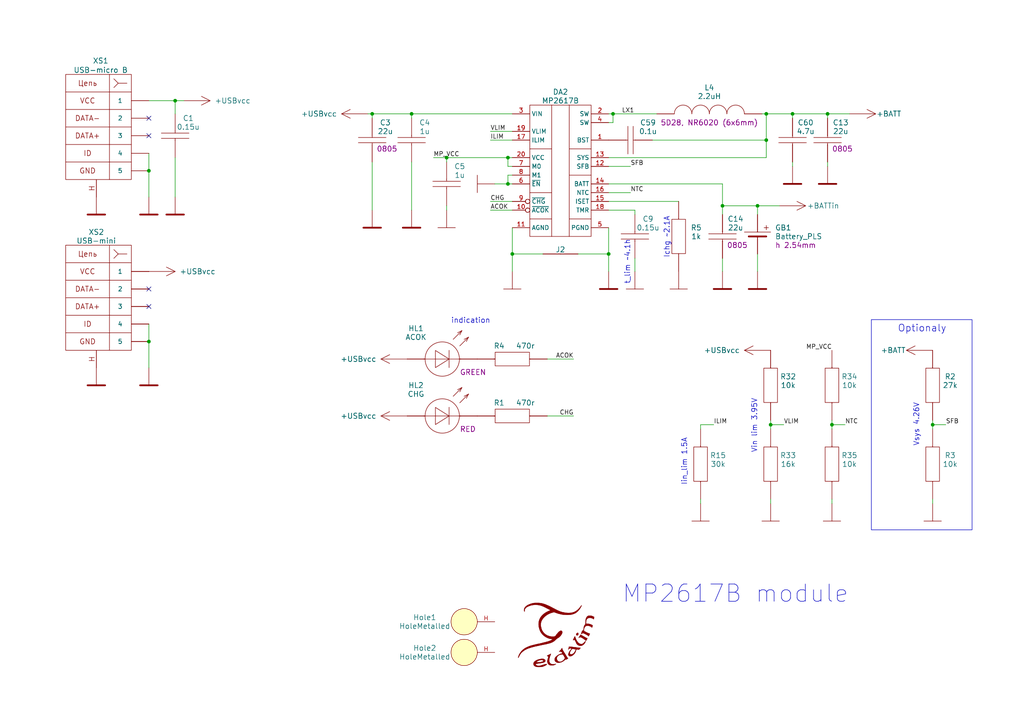
<source format=kicad_sch>
(kicad_sch (version 20230121) (generator eeschema)
  (paper "A4")
  (title_block (date "14 Февраль 2017 'г.'"))
  (lib_symbols
    (symbol "Capacitors:C_0603" (pin_numbers hide) (pin_names (offset 1.016) hide)
      (property "Reference" "C" (at 3.81 5.08 0))
      (property "Value" "C_0603" (at 3.81 2.54 0))
      (symbol "C_0603_1_1"
        (pin passive line (at 0 6.35 270) (length 5.08) (name "~") (number "1"))
        (pin passive line (at 0 -6.35 90) (length 5.08) (name "~") (number "2"))
      )
      (symbol "C_0603_1_2"
        (pin passive line (at -7.62 0 0) (length 5.08) (name "~") (number "1"))
        (pin passive line (at 5.08 0 180) (length 5.08) (name "~") (number "2"))
      )
    )
    (symbol "Capacitors:C_0805" (pin_numbers hide) (pin_names (offset 1.016) hide)
      (property "Reference" "C" (at 3.81 5.08 0))
      (property "Value" "C_0805" (at 3.81 2.54 0))
      (property "Size" "0805" (at 1.27 -2.54 0))
      (symbol "C_0805_1_1"
        (pin passive line (at 0 6.35 270) (length 5.08) (name "~") (number "1"))
        (pin passive line (at 0 -6.35 90) (length 5.08) (name "~") (number "2"))
      )
      (symbol "C_0805_1_2"
        (pin passive line (at -7.62 0 0) (length 5.08) (name "~") (number "1"))
        (pin passive line (at 5.08 0 180) (length 5.08) (name "~") (number "2"))
      )
    )
    (symbol "Chargers:MP2617B"
      (property "Reference" "DA" (at 0 22.86 0))
      (property "Value" "MP2617B" (at 0 20.32 0))
      (symbol "MP2617B_1_1"
        (pin passive line (at 13.97 8.89 180) (length 5.08) (name "BST") (number "1"))
        (pin passive inverted (at -13.97 -11.43 0) (length 5.08) (name "~{ACOK}") (number "10"))
        (pin power_in line (at -13.97 -16.51 0) (length 5.08) (name "AGND") (number "11"))
        (pin passive line (at 13.97 1.27 180) (length 5.08) (name "SFB") (number "12"))
        (pin power_out line (at 13.97 3.81 180) (length 5.08) (name "SYS") (number "13"))
        (pin passive line (at 13.97 -3.81 180) (length 5.08) (name "BATT") (number "14"))
        (pin passive line (at 13.97 -8.89 180) (length 5.08) (name "ISET") (number "15"))
        (pin passive line (at 13.97 -6.35 180) (length 5.08) (name "NTC") (number "16"))
        (pin passive line (at -13.97 8.89 0) (length 5.08) (name "ILIM") (number "17"))
        (pin passive line (at 13.97 -11.43 180) (length 5.08) (name "TMR") (number "18"))
        (pin passive line (at -13.97 11.43 0) (length 5.08) (name "VLIM") (number "19"))
        (pin passive line (at 13.97 16.51 180) (length 5.08) (name "SW") (number "2"))
        (pin power_out line (at -13.97 3.81 0) (length 5.08) (name "VCC") (number "20"))
        (pin power_in line (at -13.97 16.51 0) (length 5.08) (name "VIN") (number "3"))
        (pin passive line (at 13.97 13.97 180) (length 5.08) (name "SW") (number "4"))
        (pin power_in line (at 13.97 -16.51 180) (length 5.08) (name "PGND") (number "5"))
        (pin input line (at -13.97 -3.81 0) (length 5.08) (name "~{EN}") (number "6"))
        (pin input line (at -13.97 1.27 0) (length 5.08) (name "M0") (number "7"))
        (pin input line (at -13.97 -1.27 0) (length 5.08) (name "M1") (number "8"))
        (pin passive inverted (at -13.97 -8.89 0) (length 5.08) (name "~{CHG}") (number "9"))
      )
    )
    (symbol "Connectors:USB-micro" (pin_numbers hide) (pin_names (offset 2.54))
      (property "Reference" "XS" (at 0 19.05 0))
      (property "Value" "USB-micro" (at 0 16.51 0))
      (symbol "USB-micro_0_0"
        (text "DATA+" (at -2.54 -2.54 0) (effects (font (size 1.524 1.524))))
        (text "DATA-" (at -2.54 2.54 0) (effects (font (size 1.524 1.524))))
        (text "GND" (at -2.54 -12.7 0) (effects (font (size 1.524 1.524))))
        (text "H" (at -1.27 -17.78 900) (effects (font (size 1.524 1.524))))
        (text "ID" (at -2.54 -7.62 0) (effects (font (size 1.524 1.524))))
        (text "VCC" (at -2.54 7.62 0) (effects (font (size 1.524 1.524))))
        (text "Цепь" (at -2.54 12.7 0) (effects (font (size 1.524 1.524))))
      )
      (symbol "USB-micro_1_1"
        (pin power_out line (at 15.24 7.62 180) (length 5.08) (name "1") (number "1"))
        (pin passive line (at 15.24 2.54 180) (length 5.08) (name "2") (number "2"))
        (pin passive line (at 15.24 -2.54 180) (length 5.08) (name "3") (number "3"))
        (pin passive line (at 15.24 -7.62 180) (length 5.08) (name "4") (number "4"))
        (pin power_out line (at 15.24 -12.7 180) (length 5.08) (name "5") (number "5"))
        (pin passive line (at 0 -20.32 90) (length 5.0038) (name "~") (number "SHLD"))
      )
    )
    (symbol "Connectors:USB-mini" (pin_numbers hide) (pin_names (offset 2.54))
      (property "Reference" "XS" (at 0 19.05 0))
      (property "Value" "USB-mini" (at 0 16.51 0))
      (symbol "USB-mini_0_0"
        (text "DATA+" (at -2.54 -2.54 0) (effects (font (size 1.524 1.524))))
        (text "DATA-" (at -2.54 2.54 0) (effects (font (size 1.524 1.524))))
        (text "GND" (at -2.54 -12.7 0) (effects (font (size 1.524 1.524))))
        (text "H" (at -1.27 -17.78 900) (effects (font (size 1.524 1.524))))
        (text "ID" (at -2.54 -7.62 0) (effects (font (size 1.524 1.524))))
        (text "VCC" (at -2.54 7.62 0) (effects (font (size 1.524 1.524))))
        (text "Цепь" (at -2.54 12.7 0) (effects (font (size 1.524 1.524))))
      )
      (symbol "USB-mini_1_1"
        (pin power_out line (at 15.24 7.62 180) (length 5.08) (name "1") (number "1"))
        (pin passive line (at 15.24 2.54 180) (length 5.08) (name "2") (number "2"))
        (pin passive line (at 15.24 -2.54 180) (length 5.08) (name "3") (number "3"))
        (pin passive line (at 15.24 -7.62 180) (length 5.08) (name "4") (number "4"))
        (pin power_out line (at 15.24 -12.7 180) (length 5.08) (name "5") (number "5"))
        (pin passive line (at 0 -20.32 90) (length 5.0038) (name "~") (number "SHLD"))
      )
    )
    (symbol "Graphics:Eldalim" (pin_names (offset 1.016)) (in_bom no))
    (symbol "Inductors:Inductor" (pin_numbers hide) (pin_names (offset 1.016) hide)
      (property "Reference" "L" (at 0 7.62 0))
      (property "Value" "Inductor" (at 0 5.08 0))
      (property "Size" "Size" (at 0 -2.54 0))
      (symbol "Inductor_1_1"
        (pin passive line (at -15.24 0 0) (length 5.08) (name "1") (number "1"))
        (pin passive line (at 15.24 0 180) (length 5.08) (name "2") (number "2"))
      )
    )
    (symbol "LED:LED_0805" (pin_numbers hide) (pin_names (offset 1.016) hide)
      (property "Reference" "HL" (at -7.62 8.89 0))
      (property "Value" "LED_0805" (at -7.62 6.35 0))
      (symbol "LED_0805_1_1"
        (pin passive line (at 0 10.16 270) (length 5.08) (name "A") (number "A"))
        (pin passive line (at 0 -10.16 90) (length 5.08) (name "C") (number "C"))
      )
      (symbol "LED_0805_1_2"
        (pin passive line (at -10.16 0 0) (length 5.08) (name "A") (number "A"))
        (pin passive line (at 10.16 0 180) (length 5.08) (name "C") (number "C"))
      )
    )
    (symbol "MP2637-rescue:HoleMetalled" (pin_names (offset 1.016))
      (property "Reference" "Hole" (at -11.43 1.27 0))
      (property "Value" "HoleMetalled" (at -11.43 -1.27 0))
      (symbol "HoleMetalled_1_1"
        (pin passive line (at 8.89 0 180) (length 5.08) (name "~") (number "H"))
      )
    )
    (symbol "Power:+BATT" (power) (pin_numbers hide) (pin_names (offset 0))
      (property "Value" "+BATT" (at 11.43 0 0))
      (symbol "+BATT_1_1"
        (pin power_in line (at 0 0 0) (length 5.08) hide (name "+BATT") (number "~"))
      )
    )
    (symbol "Power:+BATTin" (power) (pin_numbers hide) (pin_names (offset 0))
      (property "Value" "+BATTin" (at 12.7 0 0))
      (symbol "+BATTin_1_1"
        (pin power_in line (at 0 0 0) (length 5.08) hide (name "+BATTin") (number "~"))
      )
    )
    (symbol "Power:Battery_PLS" (pin_numbers hide) (pin_names (offset 1.016) hide)
      (property "Reference" "GB" (at 5.08 1.27 0))
      (property "Value" "Battery_PLS" (at 5.08 -1.27 0))
      (property "Connector" "h 2.54mm" (at 5.08 -3.81 0))
      (symbol "Battery_PLS_1_1"
        (pin power_out line (at 0 5.08 270) (length 5.08) (name "+") (number "1"))
        (pin power_out line (at 0 -6.35 90) (length 5.08) (name "-") (number "2"))
      )
    )
    (symbol "Power:GND" (power) (pin_numbers hide) (pin_names (offset 0) hide)
      (symbol "GND_1_1"
        (pin power_in line (at 0 0 270) (length 5.08) hide (name "GND") (number "~"))
      )
    )
    (symbol "Power:GND_Power" (power) (pin_numbers hide) (pin_names (offset 0) hide)
      (symbol "GND_Power_1_1"
        (pin power_in line (at 0 0 270) (length 5.08) hide (name "GNDP") (number "~"))
      )
    )
    (symbol "Power:Jumper" (pin_numbers hide) (pin_names (offset 1.016) hide)
      (property "Reference" "J" (at 0 1.27 0))
      (symbol "Jumper_1_1"
        (pin passive line (at -5.08 0 0) (length 5.08) (name "1") (number "1"))
        (pin passive line (at 5.08 0 180) (length 5.08) (name "2") (number "2"))
      )
    )
    (symbol "Power:USBvcc" (power) (pin_numbers hide) (pin_names (offset 0))
      (property "Value" "USBvcc" (at 8.89 0 0))
      (symbol "USBvcc_1_1"
        (pin power_in line (at 0 0 0) (length 5.08) hide (name "+USBvcc") (number "~"))
      )
    )
    (symbol "Resistors:R_0603" (pin_numbers hide) (pin_names (offset 1.016) hide)
      (property "Reference" "R" (at 0 6.35 0))
      (property "Value" "R_0603" (at 0 3.81 0))
      (symbol "R_0603_1_1"
        (pin passive line (at -10.16 0 0) (length 5.08) (name "~") (number "1"))
        (pin passive line (at 10.16 0 180) (length 5.08) (name "~") (number "2"))
      )
      (symbol "R_0603_1_2"
        (pin passive line (at -6.35 13.97 270) (length 5.08) (name "~") (number "1"))
        (pin passive line (at -6.35 -6.35 90) (length 5.08) (name "~") (number "2"))
      )
    )
  )
  (junction (at 222.25 33.02))
  (junction (at 43.18 99.06))
  (junction (at 219.71 59.69))
  (junction (at 270.51 123.19))
  (junction (at 119.38 33.02))
  (junction (at 176.53 73.66))
  (junction (at 147.32 45.72))
  (junction (at 229.87 33.02))
  (junction (at 107.95 33.02))
  (junction (at 223.52 123.19))
  (junction (at 177.8 33.02))
  (junction (at 148.59 73.66))
  (junction (at 147.32 53.34))
  (junction (at 240.03 33.02))
  (junction (at 129.54 45.72))
  (junction (at 43.18 49.53))
  (junction (at 209.55 59.69))
  (junction (at 50.8 29.21))
  (junction (at 241.3 123.19))
  (junction (at 222.25 40.64))
  (no_connect (at 43.18 39.37))
  (no_connect (at 43.18 83.82))
  (no_connect (at 43.18 34.29))
  (no_connect (at 43.18 88.9))
  (wire (pts (xy 107.95 46.99) (xy 107.95 60.96)))
  (wire (pts (xy 222.25 33.02) (xy 222.25 40.64)))
  (wire (pts (xy 176.53 58.42) (xy 196.85 58.42)))
  (wire (pts (xy 125.73 45.72) (xy 129.54 45.72)))
  (wire (pts (xy 177.8 35.56) (xy 177.8 33.02)))
  (wire (pts (xy 142.24 58.42) (xy 148.59 58.42)))
  (wire (pts (xy 226.06 59.69) (xy 219.71 59.69)))
  (wire (pts (xy 176.53 33.02) (xy 177.8 33.02)))
  (wire (pts (xy 240.03 33.02) (xy 246.38 33.02)))
  (wire (pts (xy 147.32 50.8) (xy 148.59 50.8)))
  (wire (pts (xy 107.95 33.02) (xy 107.95 34.29)))
  (wire (pts (xy 184.15 62.23) (xy 184.15 60.96)))
  (wire (pts (xy 223.52 144.78) (xy 223.52 146.05)))
  (wire (pts (xy 107.95 33.02) (xy 119.38 33.02)))
  (wire (pts (xy 176.53 53.34) (xy 209.55 53.34)))
  (wire (pts (xy 43.18 44.45) (xy 43.18 49.53)))
  (wire (pts (xy 240.03 33.02) (xy 229.87 33.02)))
  (wire (pts (xy 209.55 74.93) (xy 209.55 78.74)))
  (wire (pts (xy 229.87 34.29) (xy 229.87 33.02)))
  (wire (pts (xy 220.98 33.02) (xy 222.25 33.02)))
  (wire (pts (xy 209.55 62.23) (xy 209.55 59.69)))
  (wire (pts (xy 43.18 93.98) (xy 43.18 99.06)))
  (wire (pts (xy 209.55 59.69) (xy 219.71 59.69)))
  (wire (pts (xy 240.03 46.99) (xy 240.03 48.26)))
  (wire (pts (xy 119.38 33.02) (xy 148.59 33.02)))
  (wire (pts (xy 207.01 123.19) (xy 203.2 123.19)))
  (wire (pts (xy 270.51 121.92) (xy 270.51 123.19)))
  (wire (pts (xy 143.51 53.34) (xy 147.32 53.34)))
  (wire (pts (xy 142.24 60.96) (xy 148.59 60.96)))
  (wire (pts (xy 129.54 45.72) (xy 147.32 45.72)))
  (wire (pts (xy 176.53 35.56) (xy 177.8 35.56)))
  (wire (pts (xy 241.3 123.19) (xy 245.11 123.19)))
  (wire (pts (xy 184.15 78.74) (xy 184.15 74.93)))
  (wire (pts (xy 176.53 48.26) (xy 182.88 48.26)))
  (wire (pts (xy 222.25 33.02) (xy 229.87 33.02)))
  (wire (pts (xy 209.55 53.34) (xy 209.55 59.69)))
  (wire (pts (xy 176.53 55.88) (xy 182.88 55.88)))
  (wire (pts (xy 177.8 33.02) (xy 190.5 33.02)))
  (wire (pts (xy 43.18 106.68) (xy 43.18 99.06)))
  (wire (pts (xy 119.38 33.02) (xy 119.38 34.29)))
  (wire (pts (xy 241.3 121.92) (xy 241.3 123.19)))
  (wire (pts (xy 270.51 123.19) (xy 274.32 123.19)))
  (wire (pts (xy 147.32 45.72) (xy 148.59 45.72)))
  (wire (pts (xy 147.32 53.34) (xy 148.59 53.34)))
  (wire (pts (xy 270.51 123.19) (xy 270.51 124.46)))
  (wire (pts (xy 148.59 48.26) (xy 147.32 48.26)))
  (wire (pts (xy 43.18 29.21) (xy 50.8 29.21)))
  (wire (pts (xy 223.52 121.92) (xy 223.52 123.19)))
  (wire (pts (xy 203.2 144.78) (xy 203.2 146.05)))
  (wire (pts (xy 167.64 73.66) (xy 176.53 73.66)))
  (wire (pts (xy 270.51 144.78) (xy 270.51 146.05)))
  (wire (pts (xy 142.24 40.64) (xy 148.59 40.64)))
  (wire (pts (xy 223.52 123.19) (xy 227.33 123.19)))
  (wire (pts (xy 241.3 123.19) (xy 241.3 124.46)))
  (wire (pts (xy 147.32 48.26) (xy 147.32 45.72)))
  (wire (pts (xy 223.52 123.19) (xy 223.52 124.46)))
  (wire (pts (xy 166.37 120.65) (xy 158.75 120.65)))
  (wire (pts (xy 50.8 29.21) (xy 50.8 33.02)))
  (wire (pts (xy 240.03 33.02) (xy 240.03 34.29)))
  (wire (pts (xy 119.38 46.99) (xy 119.38 60.96)))
  (wire (pts (xy 219.71 73.66) (xy 219.71 78.74)))
  (wire (pts (xy 148.59 78.74) (xy 148.59 73.66)))
  (wire (pts (xy 241.3 144.78) (xy 241.3 146.05)))
  (wire (pts (xy 148.59 73.66) (xy 148.59 66.04)))
  (wire (pts (xy 142.24 38.1) (xy 148.59 38.1)))
  (wire (pts (xy 189.23 40.64) (xy 222.25 40.64)))
  (wire (pts (xy 176.53 45.72) (xy 222.25 45.72)))
  (wire (pts (xy 219.71 59.69) (xy 219.71 62.23)))
  (wire (pts (xy 43.18 57.15) (xy 43.18 49.53)))
  (wire (pts (xy 222.25 45.72) (xy 222.25 40.64)))
  (wire (pts (xy 50.8 57.15) (xy 50.8 45.72)))
  (wire (pts (xy 129.54 46.99) (xy 129.54 45.72)))
  (wire (pts (xy 203.2 123.19) (xy 203.2 124.46)))
  (wire (pts (xy 106.68 33.02) (xy 107.95 33.02)))
  (wire (pts (xy 184.15 60.96) (xy 176.53 60.96)))
  (polyline (pts (xy 1286.51 139.7) (xy 1286.51 140.97)))
  (wire (pts (xy 129.54 59.69) (xy 129.54 60.96)))
  (wire (pts (xy 176.53 78.74) (xy 176.53 73.66)))
  (wire (pts (xy 176.53 73.66) (xy 176.53 66.04)))
  (wire (pts (xy 147.32 53.34) (xy 147.32 50.8)))
  (wire (pts (xy 166.37 104.14) (xy 158.75 104.14)))
  (wire (pts (xy 229.87 46.99) (xy 229.87 48.26)))
  (wire (pts (xy 50.8 29.21) (xy 53.34 29.21)))
  (wire (pts (xy 148.59 73.66) (xy 157.48 73.66)))
  (rectangle (start 252.73 92.71) (end 281.94 153.67))
  (text "Vin lim 3.95V" (at 219.71 115.57 90) (effects (font (size 1.524 1.524)) (justify right bottom)))
  (text "MP2617B module" (at 180.34 175.26 0) (effects (font (size 5.0038 5.0038)) (justify left bottom)))
  (text "t_lim ~4.1h" (at 182.88 82.55 90) (effects (font (size 1.524 1.524)) (justify left bottom)))
  (text "Ichg ~2.1A" (at 194.31 74.93 90) (effects (font (size 1.524 1.524)) (justify left bottom)))
  (text "Iin_lim 1.5A" (at 199.39 127 90) (effects (font (size 1.524 1.524)) (justify right bottom)))
  (text "Vsys 4.26V" (at 266.7 116.84 90) (effects (font (size 1.524 1.524)) (justify right bottom)))
  (text "indication" (at 130.81 93.98 0) (effects (font (size 1.524 1.524)) (justify left bottom)))
  (text "Optionaly" (at 260.35 96.52 0) (effects (font (size 2 2)) (justify left bottom)))
  (label "ILIM" (at 142.24 40.64 0))
  (label "LX1" (at 180.34 33.02 0))
  (label "CHG" (at 166.37 120.65 180))
  (label "VLIM" (at 142.24 38.1 0))
  (label "NTC" (at 182.88 55.88 0))
  (label "MP_VCC" (at 125.73 45.72 0))
  (label "SFB" (at 182.88 48.26 0))
  (label "NTC" (at 245.11 123.19 0))
  (label "CHG" (at 142.24 58.42 0))
  (label "MP_VCC" (at 241.3 101.6 180))
  (label "SFB" (at 274.32 123.19 0))
  (label "ACOK" (at 142.24 60.96 0))
  (label "VLIM" (at 227.33 123.19 0))
  (label "ACOK" (at 166.37 104.14 180))
  (label "ILIM" (at 207.01 123.19 0))
  (symbol (lib_id "Graphics:Eldalim") (at 161.29 184.15 0) (unit 1)
    (property "Reference" "Logo1" (effects hide))
    (property "Value" "Eldalim" (effects hide))
    (property "Footprint" "Graphics:Eldalim_15x12" (effects hide))
  )
  (symbol (lib_id "Capacitors:C_0603") (at 119.38 40.64 0) (unit 1)
    (property "Reference" "C4" (at 123.19 35.56 0) (effects (font (size 1.524 1.524))))
    (property "Value" "1u" (at 123.19 38.1 0) (effects (font (size 1.524 1.524))))
    (property "Footprint" "Capacitors:CAP0603" (effects hide))
    (property "SolderPoints" "2" (effects hide))
    (property "SolderPoints_DIP" "0" (effects hide))
    (property "Size" "0603" (effects hide))
  )
  (symbol (lib_id "Power:USBvcc") (at 106.68 33.02 180) (unit 1)
    (property "Reference" "#U05" (effects hide))
    (property "Value" "USBvcc" (at 97.79 33.02 0) (effects (font (size 1.524 1.524)) (justify left)))
  )
  (symbol (lib_id "Resistors:R_0603") (at 209.55 138.43 0) (unit 1) (convert 2)
    (property "Reference" "R15" (at 208.28 132.08 0) (effects (font (size 1.524 1.524))))
    (property "Value" "30k" (at 208.28 134.62 0) (effects (font (size 1.524 1.524))))
    (property "Footprint" "Resistors:RES0603" (effects hide))
    (property "SolderPoints" "2" (effects hide))
    (property "SolderPoints_DIP" "0" (effects hide))
  )
  (symbol (lib_id "Capacitors:C_0603") (at 129.54 53.34 0) (unit 1)
    (property "Reference" "C5" (at 133.35 48.26 0) (effects (font (size 1.524 1.524))))
    (property "Value" "1u" (at 133.35 50.8 0) (effects (font (size 1.524 1.524))))
    (property "Footprint" "Capacitors:CAP0603" (effects hide))
    (property "SolderPoints" "2" (effects hide))
    (property "SolderPoints_DIP" "0" (effects hide))
    (property "Size" "0603" (effects hide))
  )
  (symbol (lib_id "LED:LED_0805") (at 128.27 104.14 0) (unit 1) (convert 2)
    (property "Reference" "HL1" (at 120.65 95.25 0) (effects (font (size 1.524 1.524))))
    (property "Value" "ACOK" (at 120.65 97.79 0) (effects (font (size 1.524 1.524))))
    (property "Footprint" "LEDs:LED0805" (effects hide))
    (property "SolderPoints" "2" (effects hide))
    (property "SolderPoints_DIP" "0" (effects hide))
    (property "Comment" "GREEN" (at 133.35 107.95 0) (effects (font (size 1.524 1.524)) (justify left)))
  )
  (symbol (lib_id "Resistors:R_0603") (at 148.59 104.14 0) (unit 1)
    (property "Reference" "R4" (at 144.78 100.33 0) (effects (font (size 1.524 1.524))))
    (property "Value" "470r" (at 152.4 100.33 0) (effects (font (size 1.524 1.524))))
    (property "Footprint" "Resistors:RES0603" (effects hide))
    (property "SolderPoints" "2" (effects hide))
    (property "SolderPoints_DIP" "0" (effects hide))
  )
  (symbol (lib_id "Inductors:Inductor") (at 205.74 33.02 0) (unit 1)
    (property "Reference" "L4" (at 205.74 25.4 0) (effects (font (size 1.524 1.524))))
    (property "Value" "2.2uH" (at 205.74 27.94 0) (effects (font (size 1.524 1.524))))
    (property "Footprint" "Inductors:IND_5.7x5.7_5D28" (effects hide))
    (property "SolderPoints" "2" (effects hide))
    (property "SolderPoints_DIP" "0" (effects hide))
    (property "Size" "5D28, NR6020 (6x6mm)" (at 205.74 35.56 0) (effects (font (size 1.524 1.524))))
  )
  (symbol (lib_id "Capacitors:C_0805") (at 209.55 68.58 0) (unit 1)
    (property "Reference" "C14" (at 213.36 63.5 0) (effects (font (size 1.524 1.524))))
    (property "Value" "22u" (at 213.36 66.04 0) (effects (font (size 1.524 1.524))))
    (property "Footprint" "Capacitors:CAP0805" (effects hide))
    (property "SolderPoints" "2" (effects hide))
    (property "SolderPoints_DIP" "0" (effects hide))
    (property "Size" "0805" (at 210.82 71.12 0) (effects (font (size 1.524 1.524)) (justify left)))
  )
  (symbol (lib_id "Power:Battery_PLS") (at 219.71 67.31 0) (unit 1)
    (property "Reference" "GB1" (at 224.79 66.04 0) (effects (font (size 1.524 1.524)) (justify left)))
    (property "Value" "Battery_PLS" (at 224.79 68.58 0) (effects (font (size 1.524 1.524)) (justify left)))
    (property "Footprint" "Connectors:for_PolarOut_PLS-2" (effects hide))
    (property "SolderPoints" "0" (effects hide))
    (property "SolderPoints_DIP" "2" (effects hide))
    (property "Connector" "h 2.54mm" (at 224.79 71.12 0) (effects (font (size 1.524 1.524)) (justify left)))
  )
  (symbol (lib_id "Capacitors:C_0603") (at 184.15 68.58 0) (unit 1)
    (property "Reference" "C9" (at 187.96 63.5 0) (effects (font (size 1.524 1.524))))
    (property "Value" "0.15u" (at 187.96 66.04 0) (effects (font (size 1.524 1.524))))
    (property "Footprint" "Capacitors:CAP0603" (effects hide))
    (property "SolderPoints" "2" (effects hide))
    (property "SolderPoints_DIP" "0" (effects hide))
    (property "Size" "0603" (effects hide))
  )
  (symbol (lib_id "Capacitors:C_0805") (at 107.95 40.64 0) (unit 1)
    (property "Reference" "C3" (at 111.76 35.56 0) (effects (font (size 1.524 1.524))))
    (property "Value" "22u" (at 111.76 38.1 0) (effects (font (size 1.524 1.524))))
    (property "Footprint" "Capacitors:CAP0805" (effects hide))
    (property "SolderPoints" "2" (effects hide))
    (property "SolderPoints_DIP" "0" (effects hide))
    (property "Size" "0805" (at 109.22 43.18 0) (effects (font (size 1.524 1.524)) (justify left)))
  )
  (symbol (lib_id "Power:GND") (at 148.59 78.74 0) (unit 1)
    (property "Reference" "#U035" (effects hide))
    (property "Value" "GND" (effects hide))
  )
  (symbol (lib_id "Resistors:R_0603") (at 203.2 72.39 0) (unit 1) (convert 2)
    (property "Reference" "R5" (at 201.93 66.04 0) (effects (font (size 1.524 1.524))))
    (property "Value" "1k" (at 201.93 68.58 0) (effects (font (size 1.524 1.524))))
    (property "Footprint" "Resistors:RES0603" (effects hide))
    (property "SolderPoints" "2" (effects hide))
    (property "SolderPoints_DIP" "0" (effects hide))
  )
  (symbol (lib_id "Power:GND_Power") (at 43.18 57.15 0) (unit 1)
    (property "Reference" "0101" (effects hide))
    (property "Value" "GND_Power" (effects hide))
  )
  (symbol (lib_id "Power:USBvcc") (at 118.11 120.65 180) (unit 1)
    (property "Reference" "#U011" (effects hide))
    (property "Value" "USBvcc" (at 109.22 120.65 0) (effects (font (size 1.524 1.524)) (justify left)))
  )
  (symbol (lib_id "Power:GND") (at 129.54 60.96 0) (unit 1)
    (property "Reference" "#U01" (effects hide))
    (property "Value" "GND" (effects hide))
  )
  (symbol (lib_id "Resistors:R_0603") (at 247.65 138.43 0) (unit 1) (convert 2)
    (property "Reference" "R35" (at 246.38 132.08 0) (effects (font (size 1.524 1.524))))
    (property "Value" "10k" (at 246.38 134.62 0) (effects (font (size 1.524 1.524))))
    (property "Footprint" "Resistors:RES0603" (effects hide))
    (property "SolderPoints" "2" (effects hide))
    (property "SolderPoints_DIP" "0" (effects hide))
  )
  (symbol (lib_id "Resistors:R_0603") (at 148.59 120.65 0) (unit 1)
    (property "Reference" "R1" (at 144.78 116.84 0) (effects (font (size 1.524 1.524))))
    (property "Value" "470r" (at 152.4 116.84 0) (effects (font (size 1.524 1.524))))
    (property "Footprint" "Resistors:RES0603" (effects hide))
    (property "SolderPoints" "2" (effects hide))
    (property "SolderPoints_DIP" "0" (effects hide))
  )
  (symbol (lib_id "Power:GND") (at 184.15 78.74 0) (unit 1)
    (property "Reference" "#U03" (effects hide))
    (property "Value" "GND" (effects hide))
  )
  (symbol (lib_id "Power:USBvcc") (at 43.18 78.74 0) (unit 1)
    (property "Reference" "0101" (effects hide))
    (property "Value" "USBvcc" (at 52.07 78.74 0) (effects (font (size 1.524 1.524)) (justify left)))
  )
  (symbol (lib_id "Power:GND_Power") (at 176.53 78.74 0) (unit 1)
    (property "Reference" "0101" (effects hide))
    (property "Value" "GND_Power" (effects hide))
  )
  (symbol (lib_id "MP2637-rescue:HoleMetalled") (at 134.62 189.23 0) (unit 1)
    (property "Reference" "Hole2" (at 123.19 187.96 0) (effects (font (size 1.524 1.524))))
    (property "Value" "HoleMetalled" (at 123.19 190.5 0) (effects (font (size 1.524 1.524))))
    (property "Footprint" "PCB_details:Hole_for_M3_small" (effects hide))
  )
  (symbol (lib_id "Power:GND_Power") (at 27.94 57.15 0) (unit 1)
    (property "Reference" "0101" (effects hide))
    (property "Value" "GND_Power" (effects hide))
  )
  (symbol (lib_id "Power:USBvcc") (at 53.34 29.21 0) (unit 1)
    (property "Reference" "01" (effects hide))
    (property "Value" "USBvcc" (at 62.23 29.21 0) (effects (font (size 1.524 1.524)) (justify left)))
  )
  (symbol (lib_id "Power:GND") (at 196.85 78.74 0) (unit 1)
    (property "Reference" "#U02" (effects hide))
    (property "Value" "GND" (effects hide))
  )
  (symbol (lib_id "Power:GND") (at 270.51 146.05 0) (unit 1)
    (property "Reference" "#U010" (effects hide))
    (property "Value" "GND" (effects hide))
  )
  (symbol (lib_id "Power:USBvcc") (at 118.11 104.14 180) (unit 1)
    (property "Reference" "#U08" (effects hide))
    (property "Value" "USBvcc" (at 109.22 104.14 0) (effects (font (size 1.524 1.524)) (justify left)))
  )
  (symbol (lib_id "Resistors:R_0603") (at 229.87 138.43 0) (unit 1) (convert 2)
    (property "Reference" "R33" (at 228.6 132.08 0) (effects (font (size 1.524 1.524))))
    (property "Value" "16k" (at 228.6 134.62 0) (effects (font (size 1.524 1.524))))
    (property "Footprint" "Resistors:RES0603" (effects hide))
    (property "SolderPoints" "2" (effects hide))
    (property "SolderPoints_DIP" "0" (effects hide))
  )
  (symbol (lib_id "Connectors:USB-micro") (at 27.94 36.83 0) (unit 1)
    (property "Reference" "XS1" (at 29.21 17.6276 0) (effects (font (size 1.524 1.524))))
    (property "Value" "USB-micro B" (at 29.21 20.32 0) (effects (font (size 1.524 1.524))))
    (property "Footprint" "Connectors:USB-micro_B" (effects hide))
    (property "SolderPoints" "11" (effects hide))
    (property "SolderPoints_DIP" "0" (effects hide))
  )
  (symbol (lib_id "Capacitors:C_0603") (at 50.8 39.37 0) (unit 1)
    (property "Reference" "C1" (at 54.61 34.29 0) (effects (font (size 1.524 1.524))))
    (property "Value" "0.15u" (at 54.61 36.83 0) (effects (font (size 1.524 1.524))))
    (property "Footprint" "Capacitors:CAP0603" (effects hide))
    (property "SolderPoints" "2" (effects hide))
    (property "SolderPoints_DIP" "0" (effects hide))
    (property "Size" "0603" (effects hide))
  )
  (symbol (lib_id "Power:GND") (at 203.2 146.05 0) (unit 1)
    (property "Reference" "#U09" (effects hide))
    (property "Value" "GND" (effects hide))
  )
  (symbol (lib_id "Capacitors:C_0805") (at 240.03 40.64 0) (unit 1)
    (property "Reference" "C13" (at 243.84 35.56 0) (effects (font (size 1.524 1.524))))
    (property "Value" "22u" (at 243.84 38.1 0) (effects (font (size 1.524 1.524))))
    (property "Footprint" "Capacitors:CAP0805" (effects hide))
    (property "SolderPoints" "2" (effects hide))
    (property "SolderPoints_DIP" "0" (effects hide))
    (property "Size" "0805" (at 241.3 43.18 0) (effects (font (size 1.524 1.524)) (justify left)))
  )
  (symbol (lib_id "Power:GND") (at 143.51 53.34 270) (unit 1)
    (property "Reference" "#U04" (effects hide))
    (property "Value" "GND" (effects hide))
  )
  (symbol (lib_id "Power:GND_Power") (at 119.38 60.96 0) (unit 1)
    (property "Reference" "0101" (effects hide))
    (property "Value" "GND_Power" (effects hide))
  )
  (symbol (lib_id "LED:LED_0805") (at 128.27 120.65 0) (unit 1) (convert 2)
    (property "Reference" "HL2" (at 120.65 111.76 0) (effects (font (size 1.524 1.524))))
    (property "Value" "CHG" (at 120.65 114.3 0) (effects (font (size 1.524 1.524))))
    (property "Footprint" "LEDs:LED0805" (effects hide))
    (property "SolderPoints" "2" (effects hide))
    (property "SolderPoints_DIP" "0" (effects hide))
    (property "Comment" "RED" (at 133.35 124.46 0) (effects (font (size 1.524 1.524)) (justify left)))
  )
  (symbol (lib_id "Connectors:USB-mini") (at 27.94 86.36 0) (unit 1)
    (property "Reference" "XS2" (at 27.94 67.31 0) (effects (font (size 1.524 1.524))))
    (property "Value" "USB-mini" (at 27.94 69.85 0) (effects (font (size 1.524 1.524))))
    (property "Footprint" "USB-mini_B" (effects hide))
    (property "SolderPoints" "9" (effects hide))
    (property "SolderPoints_DIP" "0" (effects hide))
  )
  (symbol (lib_id "Capacitors:C_0603") (at 184.15 40.64 0) (unit 1) (convert 2)
    (property "Reference" "C59" (at 187.96 35.56 0) (effects (font (size 1.524 1.524))))
    (property "Value" "0.1u" (at 187.96 38.1 0) (effects (font (size 1.524 1.524))))
    (property "Footprint" "Capacitors:CAP0603" (effects hide))
    (property "SolderPoints" "2" (effects hide))
    (property "SolderPoints_DIP" "0" (effects hide))
    (property "Size" "0603" (effects hide))
  )
  (symbol (lib_id "Power:GND_Power") (at 50.8 57.15 0) (unit 1)
    (property "Reference" "0101" (effects hide))
    (property "Value" "GND_Power" (effects hide))
  )
  (symbol (lib_id "Power:Jumper") (at 162.56 73.66 0) (unit 1)
    (property "Reference" "J2" (at 162.56 72.39 0) (effects (font (size 1.524 1.524))))
    (property "Value" "Jumper" (effects hide))
  )
  (symbol (lib_id "Power:GND_Power") (at 219.71 78.74 0) (unit 1)
    (property "Reference" "010101" (effects hide))
    (property "Value" "GND_Power" (effects hide))
  )
  (symbol (lib_id "Power:USBvcc") (at 223.52 101.6 180) (unit 1)
    (property "Reference" "#U058" (effects hide))
    (property "Value" "USBvcc" (at 214.63 101.6 0) (effects (font (size 1.524 1.524)) (justify left)))
  )
  (symbol (lib_id "Power:GND_Power") (at 209.55 78.74 0) (unit 1)
    (property "Reference" "010101" (effects hide))
    (property "Value" "GND_Power" (effects hide))
  )
  (symbol (lib_id "Power:GND_Power") (at 240.03 48.26 0) (unit 1)
    (property "Reference" "010101" (effects hide))
    (property "Value" "GND_Power" (effects hide))
  )
  (symbol (lib_id "Resistors:R_0603") (at 247.65 115.57 0) (unit 1) (convert 2)
    (property "Reference" "R34" (at 246.38 109.22 0) (effects (font (size 1.524 1.524))))
    (property "Value" "10k" (at 246.38 111.76 0) (effects (font (size 1.524 1.524))))
    (property "Footprint" "Resistors:RES0603" (effects hide))
    (property "SolderPoints" "2" (effects hide))
    (property "SolderPoints_DIP" "0" (effects hide))
  )
  (symbol (lib_id "Power:GND") (at 241.3 146.05 0) (unit 1)
    (property "Reference" "#U07" (effects hide))
    (property "Value" "GND" (effects hide))
  )
  (symbol (lib_id "MP2637-rescue:HoleMetalled") (at 134.62 180.34 0) (unit 1)
    (property "Reference" "Hole1" (at 123.19 179.07 0) (effects (font (size 1.524 1.524))))
    (property "Value" "HoleMetalled" (at 123.19 181.61 0) (effects (font (size 1.524 1.524))))
    (property "Footprint" "PCB_details:Hole_for_M3_small" (effects hide))
  )
  (symbol (lib_id "Power:GND_Power") (at 107.95 60.96 0) (unit 1)
    (property "Reference" "0101" (effects hide))
    (property "Value" "GND_Power" (effects hide))
  )
  (symbol (lib_id "Power:GND_Power") (at 27.94 106.68 0) (unit 1)
    (property "Reference" "0101" (effects hide))
    (property "Value" "GND_Power" (effects hide))
  )
  (symbol (lib_id "Resistors:R_0603") (at 276.86 138.43 0) (unit 1) (convert 2)
    (property "Reference" "R3" (at 275.59 132.08 0) (effects (font (size 1.524 1.524))))
    (property "Value" "10k" (at 275.59 134.62 0) (effects (font (size 1.524 1.524))))
    (property "Footprint" "Resistors:RES0603" (effects hide))
    (property "SolderPoints" "2" (effects hide))
    (property "SolderPoints_DIP" "0" (effects hide))
  )
  (symbol (lib_id "Power:GND_Power") (at 43.18 106.68 0) (unit 1)
    (property "Reference" "0101" (effects hide))
    (property "Value" "GND_Power" (effects hide))
  )
  (symbol (lib_id "Resistors:R_0603") (at 229.87 115.57 0) (unit 1) (convert 2)
    (property "Reference" "R32" (at 228.6 109.22 0) (effects (font (size 1.524 1.524))))
    (property "Value" "10k" (at 228.6 111.76 0) (effects (font (size 1.524 1.524))))
    (property "Footprint" "Resistors:RES0603" (effects hide))
    (property "SolderPoints" "2" (effects hide))
    (property "SolderPoints_DIP" "0" (effects hide))
  )
  (symbol (lib_id "Power:+BATT") (at 270.51 101.6 180) (unit 1)
    (property "Reference" "0101" (effects hide))
    (property "Value" "+BATT" (at 259.08 101.6 0) (effects (font (size 1.524 1.524))))
  )
  (symbol (lib_id "Resistors:R_0603") (at 276.86 115.57 0) (unit 1) (convert 2)
    (property "Reference" "R2" (at 275.59 109.22 0) (effects (font (size 1.524 1.524))))
    (property "Value" "27k" (at 275.59 111.76 0) (effects (font (size 1.524 1.524))))
    (property "Footprint" "Resistors:RES0603" (effects hide))
    (property "SolderPoints" "2" (effects hide))
    (property "SolderPoints_DIP" "0" (effects hide))
  )
  (symbol (lib_id "Chargers:MP2617B") (at 162.56 49.53 0) (unit 1)
    (property "Reference" "DA2" (at 162.56 26.67 0) (effects (font (size 1.524 1.524))))
    (property "Value" "MP2617B" (at 162.56 29.21 0) (effects (font (size 1.524 1.524))))
    (property "Footprint" "FCQFN20" (effects hide))
    (property "SolderPoints" "20" (effects hide))
    (property "SolderPoints_DIP" "0" (effects hide))
  )
  (symbol (lib_id "Capacitors:C_0603") (at 229.87 40.64 0) (unit 1)
    (property "Reference" "C60" (at 233.68 35.56 0) (effects (font (size 1.524 1.524))))
    (property "Value" "4.7u" (at 233.68 38.1 0) (effects (font (size 1.524 1.524))))
    (property "Footprint" "Capacitors:CAP0603" (effects hide))
    (property "SolderPoints" "2" (effects hide))
    (property "SolderPoints_DIP" "0" (effects hide))
    (property "Size" "0603" (effects hide))
  )
  (symbol (lib_id "Power:+BATTin") (at 226.06 59.69 0) (unit 1)
    (property "Reference" "#U077" (effects hide))
    (property "Value" "+BATTin" (at 238.76 59.69 0) (effects (font (size 1.524 1.524))))
  )
  (symbol (lib_id "Power:GND_Power") (at 229.87 48.26 0) (unit 1)
    (property "Reference" "010101" (effects hide))
    (property "Value" "GND_Power" (effects hide))
  )
  (symbol (lib_id "Power:GND") (at 223.52 146.05 0) (unit 1)
    (property "Reference" "#U06" (effects hide))
    (property "Value" "GND" (effects hide))
  )
  (symbol (lib_id "Power:+BATT") (at 246.38 33.02 0) (unit 1)
    (property "Reference" "01" (effects hide))
    (property "Value" "+BATT" (at 257.81 33.02 0) (effects (font (size 1.524 1.524))))
  )
)
</source>
